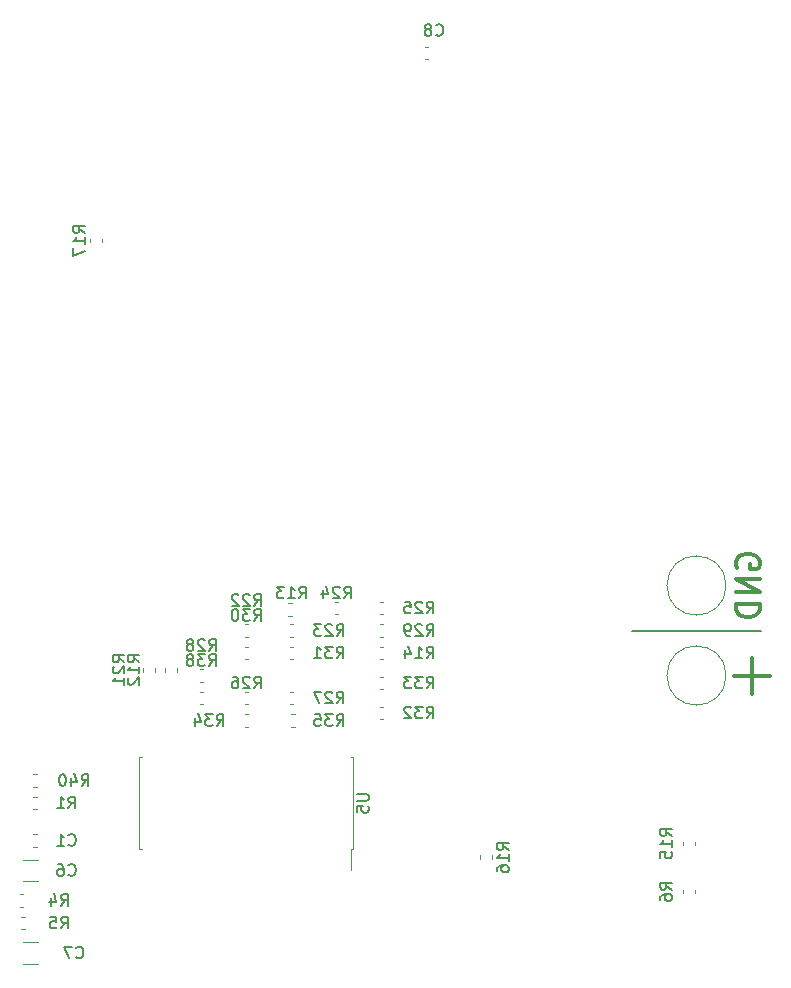
<source format=gbr>
G04 #@! TF.GenerationSoftware,KiCad,Pcbnew,5.1.5+dfsg1-2build2*
G04 #@! TF.CreationDate,2020-12-13T22:45:39+09:00*
G04 #@! TF.ProjectId,Klipper,4b6c6970-7065-4722-9e6b-696361645f70,rev?*
G04 #@! TF.SameCoordinates,Original*
G04 #@! TF.FileFunction,Legend,Bot*
G04 #@! TF.FilePolarity,Positive*
%FSLAX46Y46*%
G04 Gerber Fmt 4.6, Leading zero omitted, Abs format (unit mm)*
G04 Created by KiCad (PCBNEW 5.1.5+dfsg1-2build2) date 2020-12-13 22:45:39*
%MOMM*%
%LPD*%
G04 APERTURE LIST*
%ADD10C,0.300000*%
%ADD11C,0.120000*%
%ADD12C,0.200000*%
%ADD13C,0.150000*%
G04 APERTURE END LIST*
D10*
X35830000Y-3396190D02*
X35734761Y-3205714D01*
X35734761Y-2920000D01*
X35830000Y-2634285D01*
X36020476Y-2443809D01*
X36210952Y-2348571D01*
X36591904Y-2253333D01*
X36877619Y-2253333D01*
X37258571Y-2348571D01*
X37449047Y-2443809D01*
X37639523Y-2634285D01*
X37734761Y-2920000D01*
X37734761Y-3110476D01*
X37639523Y-3396190D01*
X37544285Y-3491428D01*
X36877619Y-3491428D01*
X36877619Y-3110476D01*
X37734761Y-4348571D02*
X35734761Y-4348571D01*
X37734761Y-5491428D01*
X35734761Y-5491428D01*
X37734761Y-6443809D02*
X35734761Y-6443809D01*
X35734761Y-6920000D01*
X35830000Y-7205714D01*
X36020476Y-7396190D01*
X36210952Y-7491428D01*
X36591904Y-7586666D01*
X36877619Y-7586666D01*
X37258571Y-7491428D01*
X37449047Y-7396190D01*
X37639523Y-7205714D01*
X37734761Y-6920000D01*
X37734761Y-6443809D01*
X37115714Y-11016190D02*
X37115714Y-14063809D01*
X38639523Y-12540000D02*
X35591904Y-12540000D01*
D11*
X-23484721Y-21940000D02*
X-23810279Y-21940000D01*
X-23484721Y-20920000D02*
X-23810279Y-20920000D01*
X31240000Y-26926779D02*
X31240000Y-26601221D01*
X32260000Y-26926779D02*
X32260000Y-26601221D01*
X32260000Y-30665221D02*
X32260000Y-30990779D01*
X31240000Y-30665221D02*
X31240000Y-30990779D01*
D12*
X26885000Y-8730000D02*
X37885000Y-8730000D01*
D11*
X34885000Y-4920000D02*
G75*
G03X34885000Y-4920000I-2500000J0D01*
G01*
X34885000Y-12540000D02*
G75*
G03X34885000Y-12540000I-2500000J0D01*
G01*
X5877779Y-13685000D02*
X5552221Y-13685000D01*
X5877779Y-12665000D02*
X5552221Y-12665000D01*
X-2169279Y-6442000D02*
X-1843721Y-6442000D01*
X-2169279Y-7462000D02*
X-1843721Y-7462000D01*
X9362221Y40675000D02*
X9687779Y40675000D01*
X9362221Y39655000D02*
X9687779Y39655000D01*
X-23810279Y-26000000D02*
X-23484721Y-26000000D01*
X-23810279Y-27020000D02*
X-23484721Y-27020000D01*
X-1915279Y-15840000D02*
X-1589721Y-15840000D01*
X-1915279Y-16860000D02*
X-1589721Y-16860000D01*
X-5552221Y-16860000D02*
X-5877779Y-16860000D01*
X-5552221Y-15840000D02*
X-5877779Y-15840000D01*
X5552221Y-15205000D02*
X5877779Y-15205000D01*
X5552221Y-16225000D02*
X5877779Y-16225000D01*
X-2067779Y-10125000D02*
X-1742221Y-10125000D01*
X-2067779Y-11145000D02*
X-1742221Y-11145000D01*
X-5877779Y-10125000D02*
X-5552221Y-10125000D01*
X-5877779Y-11145000D02*
X-5552221Y-11145000D01*
X5552221Y-8220000D02*
X5877779Y-8220000D01*
X5552221Y-9240000D02*
X5877779Y-9240000D01*
X-9362221Y-13050000D02*
X-9687779Y-13050000D01*
X-9362221Y-12030000D02*
X-9687779Y-12030000D01*
X-2067779Y-13935000D02*
X-1742221Y-13935000D01*
X-2067779Y-14955000D02*
X-1742221Y-14955000D01*
X-5552221Y-14955000D02*
X-5877779Y-14955000D01*
X-5552221Y-13935000D02*
X-5877779Y-13935000D01*
X5877779Y-7335000D02*
X5552221Y-7335000D01*
X5877779Y-6315000D02*
X5552221Y-6315000D01*
X2067779Y-7335000D02*
X1742221Y-7335000D01*
X2067779Y-6315000D02*
X1742221Y-6315000D01*
X-2067779Y-8220000D02*
X-1742221Y-8220000D01*
X-2067779Y-9240000D02*
X-1742221Y-9240000D01*
X-5552221Y-9240000D02*
X-5877779Y-9240000D01*
X-5552221Y-8220000D02*
X-5877779Y-8220000D01*
X-14480000Y-12220279D02*
X-14480000Y-11894721D01*
X-13460000Y-12220279D02*
X-13460000Y-11894721D01*
X-17905000Y24452779D02*
X-17905000Y24127221D01*
X-18925000Y24452779D02*
X-18925000Y24127221D01*
X14095000Y-28095279D02*
X14095000Y-27769721D01*
X15115000Y-28095279D02*
X15115000Y-27769721D01*
X5552221Y-10125000D02*
X5877779Y-10125000D01*
X5552221Y-11145000D02*
X5877779Y-11145000D01*
X-12575000Y-12220279D02*
X-12575000Y-11894721D01*
X-11555000Y-12220279D02*
X-11555000Y-11894721D01*
X-24449721Y-34005000D02*
X-24775279Y-34005000D01*
X-24449721Y-32985000D02*
X-24775279Y-32985000D01*
X-24927779Y-31080000D02*
X-24602221Y-31080000D01*
X-24927779Y-32100000D02*
X-24602221Y-32100000D01*
X-23484721Y-23845000D02*
X-23810279Y-23845000D01*
X-23484721Y-22825000D02*
X-23810279Y-22825000D01*
X-24602064Y-29960000D02*
X-23397936Y-29960000D01*
X-24602064Y-28140000D02*
X-23397936Y-28140000D01*
X-24602064Y-35125000D02*
X-23397936Y-35125000D01*
X-24602064Y-36945000D02*
X-23397936Y-36945000D01*
X-9362221Y-13935000D02*
X-9687779Y-13935000D01*
X-9362221Y-14955000D02*
X-9687779Y-14955000D01*
X-14775000Y-23335000D02*
X-14775000Y-19475000D01*
X-14775000Y-19475000D02*
X-14530000Y-19475000D01*
X-14775000Y-23335000D02*
X-14775000Y-27195000D01*
X-14775000Y-27195000D02*
X-14530000Y-27195000D01*
X3345000Y-23335000D02*
X3345000Y-19475000D01*
X3345000Y-19475000D02*
X3100000Y-19475000D01*
X3345000Y-23335000D02*
X3345000Y-27195000D01*
X3345000Y-27195000D02*
X3100000Y-27195000D01*
X3100000Y-27195000D02*
X3100000Y-29010000D01*
D13*
X-19677142Y-21882380D02*
X-19343809Y-21406190D01*
X-19105714Y-21882380D02*
X-19105714Y-20882380D01*
X-19486666Y-20882380D01*
X-19581904Y-20930000D01*
X-19629523Y-20977619D01*
X-19677142Y-21072857D01*
X-19677142Y-21215714D01*
X-19629523Y-21310952D01*
X-19581904Y-21358571D01*
X-19486666Y-21406190D01*
X-19105714Y-21406190D01*
X-20534285Y-21215714D02*
X-20534285Y-21882380D01*
X-20296190Y-20834761D02*
X-20058095Y-21549047D01*
X-20677142Y-21549047D01*
X-21248571Y-20882380D02*
X-21343809Y-20882380D01*
X-21439047Y-20930000D01*
X-21486666Y-20977619D01*
X-21534285Y-21072857D01*
X-21581904Y-21263333D01*
X-21581904Y-21501428D01*
X-21534285Y-21691904D01*
X-21486666Y-21787142D01*
X-21439047Y-21834761D01*
X-21343809Y-21882380D01*
X-21248571Y-21882380D01*
X-21153333Y-21834761D01*
X-21105714Y-21787142D01*
X-21058095Y-21691904D01*
X-21010476Y-21501428D01*
X-21010476Y-21263333D01*
X-21058095Y-21072857D01*
X-21105714Y-20977619D01*
X-21153333Y-20930000D01*
X-21248571Y-20882380D01*
X30297380Y-26121142D02*
X29821190Y-25787809D01*
X30297380Y-25549714D02*
X29297380Y-25549714D01*
X29297380Y-25930666D01*
X29345000Y-26025904D01*
X29392619Y-26073523D01*
X29487857Y-26121142D01*
X29630714Y-26121142D01*
X29725952Y-26073523D01*
X29773571Y-26025904D01*
X29821190Y-25930666D01*
X29821190Y-25549714D01*
X30297380Y-27073523D02*
X30297380Y-26502095D01*
X30297380Y-26787809D02*
X29297380Y-26787809D01*
X29440238Y-26692571D01*
X29535476Y-26597333D01*
X29583095Y-26502095D01*
X29297380Y-27978285D02*
X29297380Y-27502095D01*
X29773571Y-27454476D01*
X29725952Y-27502095D01*
X29678333Y-27597333D01*
X29678333Y-27835428D01*
X29725952Y-27930666D01*
X29773571Y-27978285D01*
X29868809Y-28025904D01*
X30106904Y-28025904D01*
X30202142Y-27978285D01*
X30249761Y-27930666D01*
X30297380Y-27835428D01*
X30297380Y-27597333D01*
X30249761Y-27502095D01*
X30202142Y-27454476D01*
X30297380Y-30661333D02*
X29821190Y-30328000D01*
X30297380Y-30089904D02*
X29297380Y-30089904D01*
X29297380Y-30470857D01*
X29345000Y-30566095D01*
X29392619Y-30613714D01*
X29487857Y-30661333D01*
X29630714Y-30661333D01*
X29725952Y-30613714D01*
X29773571Y-30566095D01*
X29821190Y-30470857D01*
X29821190Y-30089904D01*
X29297380Y-31518476D02*
X29297380Y-31328000D01*
X29345000Y-31232761D01*
X29392619Y-31185142D01*
X29535476Y-31089904D01*
X29725952Y-31042285D01*
X30106904Y-31042285D01*
X30202142Y-31089904D01*
X30249761Y-31137523D01*
X30297380Y-31232761D01*
X30297380Y-31423238D01*
X30249761Y-31518476D01*
X30202142Y-31566095D01*
X30106904Y-31613714D01*
X29868809Y-31613714D01*
X29773571Y-31566095D01*
X29725952Y-31518476D01*
X29678333Y-31423238D01*
X29678333Y-31232761D01*
X29725952Y-31137523D01*
X29773571Y-31089904D01*
X29868809Y-31042285D01*
X9532857Y-13627380D02*
X9866190Y-13151190D01*
X10104285Y-13627380D02*
X10104285Y-12627380D01*
X9723333Y-12627380D01*
X9628095Y-12675000D01*
X9580476Y-12722619D01*
X9532857Y-12817857D01*
X9532857Y-12960714D01*
X9580476Y-13055952D01*
X9628095Y-13103571D01*
X9723333Y-13151190D01*
X10104285Y-13151190D01*
X9199523Y-12627380D02*
X8580476Y-12627380D01*
X8913809Y-13008333D01*
X8770952Y-13008333D01*
X8675714Y-13055952D01*
X8628095Y-13103571D01*
X8580476Y-13198809D01*
X8580476Y-13436904D01*
X8628095Y-13532142D01*
X8675714Y-13579761D01*
X8770952Y-13627380D01*
X9056666Y-13627380D01*
X9151904Y-13579761D01*
X9199523Y-13532142D01*
X8247142Y-12627380D02*
X7628095Y-12627380D01*
X7961428Y-13008333D01*
X7818571Y-13008333D01*
X7723333Y-13055952D01*
X7675714Y-13103571D01*
X7628095Y-13198809D01*
X7628095Y-13436904D01*
X7675714Y-13532142D01*
X7723333Y-13579761D01*
X7818571Y-13627380D01*
X8104285Y-13627380D01*
X8199523Y-13579761D01*
X8247142Y-13532142D01*
X-1262142Y-6007380D02*
X-928809Y-5531190D01*
X-690714Y-6007380D02*
X-690714Y-5007380D01*
X-1071666Y-5007380D01*
X-1166904Y-5055000D01*
X-1214523Y-5102619D01*
X-1262142Y-5197857D01*
X-1262142Y-5340714D01*
X-1214523Y-5435952D01*
X-1166904Y-5483571D01*
X-1071666Y-5531190D01*
X-690714Y-5531190D01*
X-2214523Y-6007380D02*
X-1643095Y-6007380D01*
X-1928809Y-6007380D02*
X-1928809Y-5007380D01*
X-1833571Y-5150238D01*
X-1738333Y-5245476D01*
X-1643095Y-5293095D01*
X-2547857Y-5007380D02*
X-3166904Y-5007380D01*
X-2833571Y-5388333D01*
X-2976428Y-5388333D01*
X-3071666Y-5435952D01*
X-3119285Y-5483571D01*
X-3166904Y-5578809D01*
X-3166904Y-5816904D01*
X-3119285Y-5912142D01*
X-3071666Y-5959761D01*
X-2976428Y-6007380D01*
X-2690714Y-6007380D01*
X-2595476Y-5959761D01*
X-2547857Y-5912142D01*
X10326666Y41712857D02*
X10374285Y41665238D01*
X10517142Y41617619D01*
X10612380Y41617619D01*
X10755238Y41665238D01*
X10850476Y41760476D01*
X10898095Y41855714D01*
X10945714Y42046190D01*
X10945714Y42189047D01*
X10898095Y42379523D01*
X10850476Y42474761D01*
X10755238Y42570000D01*
X10612380Y42617619D01*
X10517142Y42617619D01*
X10374285Y42570000D01*
X10326666Y42522380D01*
X9755238Y42189047D02*
X9850476Y42236666D01*
X9898095Y42284285D01*
X9945714Y42379523D01*
X9945714Y42427142D01*
X9898095Y42522380D01*
X9850476Y42570000D01*
X9755238Y42617619D01*
X9564761Y42617619D01*
X9469523Y42570000D01*
X9421904Y42522380D01*
X9374285Y42427142D01*
X9374285Y42379523D01*
X9421904Y42284285D01*
X9469523Y42236666D01*
X9564761Y42189047D01*
X9755238Y42189047D01*
X9850476Y42141428D01*
X9898095Y42093809D01*
X9945714Y41998571D01*
X9945714Y41808095D01*
X9898095Y41712857D01*
X9850476Y41665238D01*
X9755238Y41617619D01*
X9564761Y41617619D01*
X9469523Y41665238D01*
X9421904Y41712857D01*
X9374285Y41808095D01*
X9374285Y41998571D01*
X9421904Y42093809D01*
X9469523Y42141428D01*
X9564761Y42189047D01*
X-20788333Y-26867142D02*
X-20740714Y-26914761D01*
X-20597857Y-26962380D01*
X-20502619Y-26962380D01*
X-20359761Y-26914761D01*
X-20264523Y-26819523D01*
X-20216904Y-26724285D01*
X-20169285Y-26533809D01*
X-20169285Y-26390952D01*
X-20216904Y-26200476D01*
X-20264523Y-26105238D01*
X-20359761Y-26010000D01*
X-20502619Y-25962380D01*
X-20597857Y-25962380D01*
X-20740714Y-26010000D01*
X-20788333Y-26057619D01*
X-21740714Y-26962380D02*
X-21169285Y-26962380D01*
X-21455000Y-26962380D02*
X-21455000Y-25962380D01*
X-21359761Y-26105238D01*
X-21264523Y-26200476D01*
X-21169285Y-26248095D01*
X1912857Y-16802380D02*
X2246190Y-16326190D01*
X2484285Y-16802380D02*
X2484285Y-15802380D01*
X2103333Y-15802380D01*
X2008095Y-15850000D01*
X1960476Y-15897619D01*
X1912857Y-15992857D01*
X1912857Y-16135714D01*
X1960476Y-16230952D01*
X2008095Y-16278571D01*
X2103333Y-16326190D01*
X2484285Y-16326190D01*
X1579523Y-15802380D02*
X960476Y-15802380D01*
X1293809Y-16183333D01*
X1150952Y-16183333D01*
X1055714Y-16230952D01*
X1008095Y-16278571D01*
X960476Y-16373809D01*
X960476Y-16611904D01*
X1008095Y-16707142D01*
X1055714Y-16754761D01*
X1150952Y-16802380D01*
X1436666Y-16802380D01*
X1531904Y-16754761D01*
X1579523Y-16707142D01*
X55714Y-15802380D02*
X531904Y-15802380D01*
X579523Y-16278571D01*
X531904Y-16230952D01*
X436666Y-16183333D01*
X198571Y-16183333D01*
X103333Y-16230952D01*
X55714Y-16278571D01*
X8095Y-16373809D01*
X8095Y-16611904D01*
X55714Y-16707142D01*
X103333Y-16754761D01*
X198571Y-16802380D01*
X436666Y-16802380D01*
X531904Y-16754761D01*
X579523Y-16707142D01*
X-8247142Y-16802380D02*
X-7913809Y-16326190D01*
X-7675714Y-16802380D02*
X-7675714Y-15802380D01*
X-8056666Y-15802380D01*
X-8151904Y-15850000D01*
X-8199523Y-15897619D01*
X-8247142Y-15992857D01*
X-8247142Y-16135714D01*
X-8199523Y-16230952D01*
X-8151904Y-16278571D01*
X-8056666Y-16326190D01*
X-7675714Y-16326190D01*
X-8580476Y-15802380D02*
X-9199523Y-15802380D01*
X-8866190Y-16183333D01*
X-9009047Y-16183333D01*
X-9104285Y-16230952D01*
X-9151904Y-16278571D01*
X-9199523Y-16373809D01*
X-9199523Y-16611904D01*
X-9151904Y-16707142D01*
X-9104285Y-16754761D01*
X-9009047Y-16802380D01*
X-8723333Y-16802380D01*
X-8628095Y-16754761D01*
X-8580476Y-16707142D01*
X-10056666Y-16135714D02*
X-10056666Y-16802380D01*
X-9818571Y-15754761D02*
X-9580476Y-16469047D01*
X-10199523Y-16469047D01*
X9532857Y-16167380D02*
X9866190Y-15691190D01*
X10104285Y-16167380D02*
X10104285Y-15167380D01*
X9723333Y-15167380D01*
X9628095Y-15215000D01*
X9580476Y-15262619D01*
X9532857Y-15357857D01*
X9532857Y-15500714D01*
X9580476Y-15595952D01*
X9628095Y-15643571D01*
X9723333Y-15691190D01*
X10104285Y-15691190D01*
X9199523Y-15167380D02*
X8580476Y-15167380D01*
X8913809Y-15548333D01*
X8770952Y-15548333D01*
X8675714Y-15595952D01*
X8628095Y-15643571D01*
X8580476Y-15738809D01*
X8580476Y-15976904D01*
X8628095Y-16072142D01*
X8675714Y-16119761D01*
X8770952Y-16167380D01*
X9056666Y-16167380D01*
X9151904Y-16119761D01*
X9199523Y-16072142D01*
X8199523Y-15262619D02*
X8151904Y-15215000D01*
X8056666Y-15167380D01*
X7818571Y-15167380D01*
X7723333Y-15215000D01*
X7675714Y-15262619D01*
X7628095Y-15357857D01*
X7628095Y-15453095D01*
X7675714Y-15595952D01*
X8247142Y-16167380D01*
X7628095Y-16167380D01*
X1912857Y-11087380D02*
X2246190Y-10611190D01*
X2484285Y-11087380D02*
X2484285Y-10087380D01*
X2103333Y-10087380D01*
X2008095Y-10135000D01*
X1960476Y-10182619D01*
X1912857Y-10277857D01*
X1912857Y-10420714D01*
X1960476Y-10515952D01*
X2008095Y-10563571D01*
X2103333Y-10611190D01*
X2484285Y-10611190D01*
X1579523Y-10087380D02*
X960476Y-10087380D01*
X1293809Y-10468333D01*
X1150952Y-10468333D01*
X1055714Y-10515952D01*
X1008095Y-10563571D01*
X960476Y-10658809D01*
X960476Y-10896904D01*
X1008095Y-10992142D01*
X1055714Y-11039761D01*
X1150952Y-11087380D01*
X1436666Y-11087380D01*
X1531904Y-11039761D01*
X1579523Y-10992142D01*
X8095Y-11087380D02*
X579523Y-11087380D01*
X293809Y-11087380D02*
X293809Y-10087380D01*
X389047Y-10230238D01*
X484285Y-10325476D01*
X579523Y-10373095D01*
X-5072142Y-7912380D02*
X-4738809Y-7436190D01*
X-4500714Y-7912380D02*
X-4500714Y-6912380D01*
X-4881666Y-6912380D01*
X-4976904Y-6960000D01*
X-5024523Y-7007619D01*
X-5072142Y-7102857D01*
X-5072142Y-7245714D01*
X-5024523Y-7340952D01*
X-4976904Y-7388571D01*
X-4881666Y-7436190D01*
X-4500714Y-7436190D01*
X-5405476Y-6912380D02*
X-6024523Y-6912380D01*
X-5691190Y-7293333D01*
X-5834047Y-7293333D01*
X-5929285Y-7340952D01*
X-5976904Y-7388571D01*
X-6024523Y-7483809D01*
X-6024523Y-7721904D01*
X-5976904Y-7817142D01*
X-5929285Y-7864761D01*
X-5834047Y-7912380D01*
X-5548333Y-7912380D01*
X-5453095Y-7864761D01*
X-5405476Y-7817142D01*
X-6643571Y-6912380D02*
X-6738809Y-6912380D01*
X-6834047Y-6960000D01*
X-6881666Y-7007619D01*
X-6929285Y-7102857D01*
X-6976904Y-7293333D01*
X-6976904Y-7531428D01*
X-6929285Y-7721904D01*
X-6881666Y-7817142D01*
X-6834047Y-7864761D01*
X-6738809Y-7912380D01*
X-6643571Y-7912380D01*
X-6548333Y-7864761D01*
X-6500714Y-7817142D01*
X-6453095Y-7721904D01*
X-6405476Y-7531428D01*
X-6405476Y-7293333D01*
X-6453095Y-7102857D01*
X-6500714Y-7007619D01*
X-6548333Y-6960000D01*
X-6643571Y-6912380D01*
X9532857Y-9182380D02*
X9866190Y-8706190D01*
X10104285Y-9182380D02*
X10104285Y-8182380D01*
X9723333Y-8182380D01*
X9628095Y-8230000D01*
X9580476Y-8277619D01*
X9532857Y-8372857D01*
X9532857Y-8515714D01*
X9580476Y-8610952D01*
X9628095Y-8658571D01*
X9723333Y-8706190D01*
X10104285Y-8706190D01*
X9151904Y-8277619D02*
X9104285Y-8230000D01*
X9009047Y-8182380D01*
X8770952Y-8182380D01*
X8675714Y-8230000D01*
X8628095Y-8277619D01*
X8580476Y-8372857D01*
X8580476Y-8468095D01*
X8628095Y-8610952D01*
X9199523Y-9182380D01*
X8580476Y-9182380D01*
X8104285Y-9182380D02*
X7913809Y-9182380D01*
X7818571Y-9134761D01*
X7770952Y-9087142D01*
X7675714Y-8944285D01*
X7628095Y-8753809D01*
X7628095Y-8372857D01*
X7675714Y-8277619D01*
X7723333Y-8230000D01*
X7818571Y-8182380D01*
X8009047Y-8182380D01*
X8104285Y-8230000D01*
X8151904Y-8277619D01*
X8199523Y-8372857D01*
X8199523Y-8610952D01*
X8151904Y-8706190D01*
X8104285Y-8753809D01*
X8009047Y-8801428D01*
X7818571Y-8801428D01*
X7723333Y-8753809D01*
X7675714Y-8706190D01*
X7628095Y-8610952D01*
X-8882142Y-10452380D02*
X-8548809Y-9976190D01*
X-8310714Y-10452380D02*
X-8310714Y-9452380D01*
X-8691666Y-9452380D01*
X-8786904Y-9500000D01*
X-8834523Y-9547619D01*
X-8882142Y-9642857D01*
X-8882142Y-9785714D01*
X-8834523Y-9880952D01*
X-8786904Y-9928571D01*
X-8691666Y-9976190D01*
X-8310714Y-9976190D01*
X-9263095Y-9547619D02*
X-9310714Y-9500000D01*
X-9405952Y-9452380D01*
X-9644047Y-9452380D01*
X-9739285Y-9500000D01*
X-9786904Y-9547619D01*
X-9834523Y-9642857D01*
X-9834523Y-9738095D01*
X-9786904Y-9880952D01*
X-9215476Y-10452380D01*
X-9834523Y-10452380D01*
X-10405952Y-9880952D02*
X-10310714Y-9833333D01*
X-10263095Y-9785714D01*
X-10215476Y-9690476D01*
X-10215476Y-9642857D01*
X-10263095Y-9547619D01*
X-10310714Y-9500000D01*
X-10405952Y-9452380D01*
X-10596428Y-9452380D01*
X-10691666Y-9500000D01*
X-10739285Y-9547619D01*
X-10786904Y-9642857D01*
X-10786904Y-9690476D01*
X-10739285Y-9785714D01*
X-10691666Y-9833333D01*
X-10596428Y-9880952D01*
X-10405952Y-9880952D01*
X-10310714Y-9928571D01*
X-10263095Y-9976190D01*
X-10215476Y-10071428D01*
X-10215476Y-10261904D01*
X-10263095Y-10357142D01*
X-10310714Y-10404761D01*
X-10405952Y-10452380D01*
X-10596428Y-10452380D01*
X-10691666Y-10404761D01*
X-10739285Y-10357142D01*
X-10786904Y-10261904D01*
X-10786904Y-10071428D01*
X-10739285Y-9976190D01*
X-10691666Y-9928571D01*
X-10596428Y-9880952D01*
X1912857Y-14897380D02*
X2246190Y-14421190D01*
X2484285Y-14897380D02*
X2484285Y-13897380D01*
X2103333Y-13897380D01*
X2008095Y-13945000D01*
X1960476Y-13992619D01*
X1912857Y-14087857D01*
X1912857Y-14230714D01*
X1960476Y-14325952D01*
X2008095Y-14373571D01*
X2103333Y-14421190D01*
X2484285Y-14421190D01*
X1531904Y-13992619D02*
X1484285Y-13945000D01*
X1389047Y-13897380D01*
X1150952Y-13897380D01*
X1055714Y-13945000D01*
X1008095Y-13992619D01*
X960476Y-14087857D01*
X960476Y-14183095D01*
X1008095Y-14325952D01*
X1579523Y-14897380D01*
X960476Y-14897380D01*
X627142Y-13897380D02*
X-39523Y-13897380D01*
X389047Y-14897380D01*
X-5072142Y-13627380D02*
X-4738809Y-13151190D01*
X-4500714Y-13627380D02*
X-4500714Y-12627380D01*
X-4881666Y-12627380D01*
X-4976904Y-12675000D01*
X-5024523Y-12722619D01*
X-5072142Y-12817857D01*
X-5072142Y-12960714D01*
X-5024523Y-13055952D01*
X-4976904Y-13103571D01*
X-4881666Y-13151190D01*
X-4500714Y-13151190D01*
X-5453095Y-12722619D02*
X-5500714Y-12675000D01*
X-5595952Y-12627380D01*
X-5834047Y-12627380D01*
X-5929285Y-12675000D01*
X-5976904Y-12722619D01*
X-6024523Y-12817857D01*
X-6024523Y-12913095D01*
X-5976904Y-13055952D01*
X-5405476Y-13627380D01*
X-6024523Y-13627380D01*
X-6881666Y-12627380D02*
X-6691190Y-12627380D01*
X-6595952Y-12675000D01*
X-6548333Y-12722619D01*
X-6453095Y-12865476D01*
X-6405476Y-13055952D01*
X-6405476Y-13436904D01*
X-6453095Y-13532142D01*
X-6500714Y-13579761D01*
X-6595952Y-13627380D01*
X-6786428Y-13627380D01*
X-6881666Y-13579761D01*
X-6929285Y-13532142D01*
X-6976904Y-13436904D01*
X-6976904Y-13198809D01*
X-6929285Y-13103571D01*
X-6881666Y-13055952D01*
X-6786428Y-13008333D01*
X-6595952Y-13008333D01*
X-6500714Y-13055952D01*
X-6453095Y-13103571D01*
X-6405476Y-13198809D01*
X9532857Y-7277380D02*
X9866190Y-6801190D01*
X10104285Y-7277380D02*
X10104285Y-6277380D01*
X9723333Y-6277380D01*
X9628095Y-6325000D01*
X9580476Y-6372619D01*
X9532857Y-6467857D01*
X9532857Y-6610714D01*
X9580476Y-6705952D01*
X9628095Y-6753571D01*
X9723333Y-6801190D01*
X10104285Y-6801190D01*
X9151904Y-6372619D02*
X9104285Y-6325000D01*
X9009047Y-6277380D01*
X8770952Y-6277380D01*
X8675714Y-6325000D01*
X8628095Y-6372619D01*
X8580476Y-6467857D01*
X8580476Y-6563095D01*
X8628095Y-6705952D01*
X9199523Y-7277380D01*
X8580476Y-7277380D01*
X7675714Y-6277380D02*
X8151904Y-6277380D01*
X8199523Y-6753571D01*
X8151904Y-6705952D01*
X8056666Y-6658333D01*
X7818571Y-6658333D01*
X7723333Y-6705952D01*
X7675714Y-6753571D01*
X7628095Y-6848809D01*
X7628095Y-7086904D01*
X7675714Y-7182142D01*
X7723333Y-7229761D01*
X7818571Y-7277380D01*
X8056666Y-7277380D01*
X8151904Y-7229761D01*
X8199523Y-7182142D01*
X2547857Y-6007380D02*
X2881190Y-5531190D01*
X3119285Y-6007380D02*
X3119285Y-5007380D01*
X2738333Y-5007380D01*
X2643095Y-5055000D01*
X2595476Y-5102619D01*
X2547857Y-5197857D01*
X2547857Y-5340714D01*
X2595476Y-5435952D01*
X2643095Y-5483571D01*
X2738333Y-5531190D01*
X3119285Y-5531190D01*
X2166904Y-5102619D02*
X2119285Y-5055000D01*
X2024047Y-5007380D01*
X1785952Y-5007380D01*
X1690714Y-5055000D01*
X1643095Y-5102619D01*
X1595476Y-5197857D01*
X1595476Y-5293095D01*
X1643095Y-5435952D01*
X2214523Y-6007380D01*
X1595476Y-6007380D01*
X738333Y-5340714D02*
X738333Y-6007380D01*
X976428Y-4959761D02*
X1214523Y-5674047D01*
X595476Y-5674047D01*
X1912857Y-9182380D02*
X2246190Y-8706190D01*
X2484285Y-9182380D02*
X2484285Y-8182380D01*
X2103333Y-8182380D01*
X2008095Y-8230000D01*
X1960476Y-8277619D01*
X1912857Y-8372857D01*
X1912857Y-8515714D01*
X1960476Y-8610952D01*
X2008095Y-8658571D01*
X2103333Y-8706190D01*
X2484285Y-8706190D01*
X1531904Y-8277619D02*
X1484285Y-8230000D01*
X1389047Y-8182380D01*
X1150952Y-8182380D01*
X1055714Y-8230000D01*
X1008095Y-8277619D01*
X960476Y-8372857D01*
X960476Y-8468095D01*
X1008095Y-8610952D01*
X1579523Y-9182380D01*
X960476Y-9182380D01*
X627142Y-8182380D02*
X8095Y-8182380D01*
X341428Y-8563333D01*
X198571Y-8563333D01*
X103333Y-8610952D01*
X55714Y-8658571D01*
X8095Y-8753809D01*
X8095Y-8991904D01*
X55714Y-9087142D01*
X103333Y-9134761D01*
X198571Y-9182380D01*
X484285Y-9182380D01*
X579523Y-9134761D01*
X627142Y-9087142D01*
X-5072142Y-6642380D02*
X-4738809Y-6166190D01*
X-4500714Y-6642380D02*
X-4500714Y-5642380D01*
X-4881666Y-5642380D01*
X-4976904Y-5690000D01*
X-5024523Y-5737619D01*
X-5072142Y-5832857D01*
X-5072142Y-5975714D01*
X-5024523Y-6070952D01*
X-4976904Y-6118571D01*
X-4881666Y-6166190D01*
X-4500714Y-6166190D01*
X-5453095Y-5737619D02*
X-5500714Y-5690000D01*
X-5595952Y-5642380D01*
X-5834047Y-5642380D01*
X-5929285Y-5690000D01*
X-5976904Y-5737619D01*
X-6024523Y-5832857D01*
X-6024523Y-5928095D01*
X-5976904Y-6070952D01*
X-5405476Y-6642380D01*
X-6024523Y-6642380D01*
X-6405476Y-5737619D02*
X-6453095Y-5690000D01*
X-6548333Y-5642380D01*
X-6786428Y-5642380D01*
X-6881666Y-5690000D01*
X-6929285Y-5737619D01*
X-6976904Y-5832857D01*
X-6976904Y-5928095D01*
X-6929285Y-6070952D01*
X-6357857Y-6642380D01*
X-6976904Y-6642380D01*
X-16057619Y-11414642D02*
X-16533809Y-11081309D01*
X-16057619Y-10843214D02*
X-17057619Y-10843214D01*
X-17057619Y-11224166D01*
X-17010000Y-11319404D01*
X-16962380Y-11367023D01*
X-16867142Y-11414642D01*
X-16724285Y-11414642D01*
X-16629047Y-11367023D01*
X-16581428Y-11319404D01*
X-16533809Y-11224166D01*
X-16533809Y-10843214D01*
X-16962380Y-11795595D02*
X-17010000Y-11843214D01*
X-17057619Y-11938452D01*
X-17057619Y-12176547D01*
X-17010000Y-12271785D01*
X-16962380Y-12319404D01*
X-16867142Y-12367023D01*
X-16771904Y-12367023D01*
X-16629047Y-12319404D01*
X-16057619Y-11747976D01*
X-16057619Y-12367023D01*
X-16057619Y-13319404D02*
X-16057619Y-12747976D01*
X-16057619Y-13033690D02*
X-17057619Y-13033690D01*
X-16914761Y-12938452D01*
X-16819523Y-12843214D01*
X-16771904Y-12747976D01*
X-19392619Y24932857D02*
X-19868809Y25266190D01*
X-19392619Y25504285D02*
X-20392619Y25504285D01*
X-20392619Y25123333D01*
X-20345000Y25028095D01*
X-20297380Y24980476D01*
X-20202142Y24932857D01*
X-20059285Y24932857D01*
X-19964047Y24980476D01*
X-19916428Y25028095D01*
X-19868809Y25123333D01*
X-19868809Y25504285D01*
X-19392619Y23980476D02*
X-19392619Y24551904D01*
X-19392619Y24266190D02*
X-20392619Y24266190D01*
X-20249761Y24361428D01*
X-20154523Y24456666D01*
X-20106904Y24551904D01*
X-20392619Y23647142D02*
X-20392619Y22980476D01*
X-19392619Y23409047D01*
X16487380Y-27289642D02*
X16011190Y-26956309D01*
X16487380Y-26718214D02*
X15487380Y-26718214D01*
X15487380Y-27099166D01*
X15535000Y-27194404D01*
X15582619Y-27242023D01*
X15677857Y-27289642D01*
X15820714Y-27289642D01*
X15915952Y-27242023D01*
X15963571Y-27194404D01*
X16011190Y-27099166D01*
X16011190Y-26718214D01*
X16487380Y-28242023D02*
X16487380Y-27670595D01*
X16487380Y-27956309D02*
X15487380Y-27956309D01*
X15630238Y-27861071D01*
X15725476Y-27765833D01*
X15773095Y-27670595D01*
X15487380Y-29099166D02*
X15487380Y-28908690D01*
X15535000Y-28813452D01*
X15582619Y-28765833D01*
X15725476Y-28670595D01*
X15915952Y-28622976D01*
X16296904Y-28622976D01*
X16392142Y-28670595D01*
X16439761Y-28718214D01*
X16487380Y-28813452D01*
X16487380Y-29003928D01*
X16439761Y-29099166D01*
X16392142Y-29146785D01*
X16296904Y-29194404D01*
X16058809Y-29194404D01*
X15963571Y-29146785D01*
X15915952Y-29099166D01*
X15868333Y-29003928D01*
X15868333Y-28813452D01*
X15915952Y-28718214D01*
X15963571Y-28670595D01*
X16058809Y-28622976D01*
X9532857Y-11087380D02*
X9866190Y-10611190D01*
X10104285Y-11087380D02*
X10104285Y-10087380D01*
X9723333Y-10087380D01*
X9628095Y-10135000D01*
X9580476Y-10182619D01*
X9532857Y-10277857D01*
X9532857Y-10420714D01*
X9580476Y-10515952D01*
X9628095Y-10563571D01*
X9723333Y-10611190D01*
X10104285Y-10611190D01*
X8580476Y-11087380D02*
X9151904Y-11087380D01*
X8866190Y-11087380D02*
X8866190Y-10087380D01*
X8961428Y-10230238D01*
X9056666Y-10325476D01*
X9151904Y-10373095D01*
X7723333Y-10420714D02*
X7723333Y-11087380D01*
X7961428Y-10039761D02*
X8199523Y-10754047D01*
X7580476Y-10754047D01*
X-14787619Y-11414642D02*
X-15263809Y-11081309D01*
X-14787619Y-10843214D02*
X-15787619Y-10843214D01*
X-15787619Y-11224166D01*
X-15740000Y-11319404D01*
X-15692380Y-11367023D01*
X-15597142Y-11414642D01*
X-15454285Y-11414642D01*
X-15359047Y-11367023D01*
X-15311428Y-11319404D01*
X-15263809Y-11224166D01*
X-15263809Y-10843214D01*
X-14787619Y-12367023D02*
X-14787619Y-11795595D01*
X-14787619Y-12081309D02*
X-15787619Y-12081309D01*
X-15644761Y-11986071D01*
X-15549523Y-11890833D01*
X-15501904Y-11795595D01*
X-15692380Y-12747976D02*
X-15740000Y-12795595D01*
X-15787619Y-12890833D01*
X-15787619Y-13128928D01*
X-15740000Y-13224166D01*
X-15692380Y-13271785D01*
X-15597142Y-13319404D01*
X-15501904Y-13319404D01*
X-15359047Y-13271785D01*
X-14787619Y-12700357D01*
X-14787619Y-13319404D01*
X-21423333Y-33947380D02*
X-21090000Y-33471190D01*
X-20851904Y-33947380D02*
X-20851904Y-32947380D01*
X-21232857Y-32947380D01*
X-21328095Y-32995000D01*
X-21375714Y-33042619D01*
X-21423333Y-33137857D01*
X-21423333Y-33280714D01*
X-21375714Y-33375952D01*
X-21328095Y-33423571D01*
X-21232857Y-33471190D01*
X-20851904Y-33471190D01*
X-22328095Y-32947380D02*
X-21851904Y-32947380D01*
X-21804285Y-33423571D01*
X-21851904Y-33375952D01*
X-21947142Y-33328333D01*
X-22185238Y-33328333D01*
X-22280476Y-33375952D01*
X-22328095Y-33423571D01*
X-22375714Y-33518809D01*
X-22375714Y-33756904D01*
X-22328095Y-33852142D01*
X-22280476Y-33899761D01*
X-22185238Y-33947380D01*
X-21947142Y-33947380D01*
X-21851904Y-33899761D01*
X-21804285Y-33852142D01*
X-21423333Y-32042380D02*
X-21090000Y-31566190D01*
X-20851904Y-32042380D02*
X-20851904Y-31042380D01*
X-21232857Y-31042380D01*
X-21328095Y-31090000D01*
X-21375714Y-31137619D01*
X-21423333Y-31232857D01*
X-21423333Y-31375714D01*
X-21375714Y-31470952D01*
X-21328095Y-31518571D01*
X-21232857Y-31566190D01*
X-20851904Y-31566190D01*
X-22280476Y-31375714D02*
X-22280476Y-32042380D01*
X-22042380Y-30994761D02*
X-21804285Y-31709047D01*
X-22423333Y-31709047D01*
X-20788333Y-23787380D02*
X-20455000Y-23311190D01*
X-20216904Y-23787380D02*
X-20216904Y-22787380D01*
X-20597857Y-22787380D01*
X-20693095Y-22835000D01*
X-20740714Y-22882619D01*
X-20788333Y-22977857D01*
X-20788333Y-23120714D01*
X-20740714Y-23215952D01*
X-20693095Y-23263571D01*
X-20597857Y-23311190D01*
X-20216904Y-23311190D01*
X-21740714Y-23787380D02*
X-21169285Y-23787380D01*
X-21455000Y-23787380D02*
X-21455000Y-22787380D01*
X-21359761Y-22930238D01*
X-21264523Y-23025476D01*
X-21169285Y-23073095D01*
X-20788333Y-29407142D02*
X-20740714Y-29454761D01*
X-20597857Y-29502380D01*
X-20502619Y-29502380D01*
X-20359761Y-29454761D01*
X-20264523Y-29359523D01*
X-20216904Y-29264285D01*
X-20169285Y-29073809D01*
X-20169285Y-28930952D01*
X-20216904Y-28740476D01*
X-20264523Y-28645238D01*
X-20359761Y-28550000D01*
X-20502619Y-28502380D01*
X-20597857Y-28502380D01*
X-20740714Y-28550000D01*
X-20788333Y-28597619D01*
X-21645476Y-28502380D02*
X-21455000Y-28502380D01*
X-21359761Y-28550000D01*
X-21312142Y-28597619D01*
X-21216904Y-28740476D01*
X-21169285Y-28930952D01*
X-21169285Y-29311904D01*
X-21216904Y-29407142D01*
X-21264523Y-29454761D01*
X-21359761Y-29502380D01*
X-21550238Y-29502380D01*
X-21645476Y-29454761D01*
X-21693095Y-29407142D01*
X-21740714Y-29311904D01*
X-21740714Y-29073809D01*
X-21693095Y-28978571D01*
X-21645476Y-28930952D01*
X-21550238Y-28883333D01*
X-21359761Y-28883333D01*
X-21264523Y-28930952D01*
X-21216904Y-28978571D01*
X-21169285Y-29073809D01*
X-20153333Y-36392142D02*
X-20105714Y-36439761D01*
X-19962857Y-36487380D01*
X-19867619Y-36487380D01*
X-19724761Y-36439761D01*
X-19629523Y-36344523D01*
X-19581904Y-36249285D01*
X-19534285Y-36058809D01*
X-19534285Y-35915952D01*
X-19581904Y-35725476D01*
X-19629523Y-35630238D01*
X-19724761Y-35535000D01*
X-19867619Y-35487380D01*
X-19962857Y-35487380D01*
X-20105714Y-35535000D01*
X-20153333Y-35582619D01*
X-20486666Y-35487380D02*
X-21153333Y-35487380D01*
X-20724761Y-36487380D01*
X-8882142Y-11722380D02*
X-8548809Y-11246190D01*
X-8310714Y-11722380D02*
X-8310714Y-10722380D01*
X-8691666Y-10722380D01*
X-8786904Y-10770000D01*
X-8834523Y-10817619D01*
X-8882142Y-10912857D01*
X-8882142Y-11055714D01*
X-8834523Y-11150952D01*
X-8786904Y-11198571D01*
X-8691666Y-11246190D01*
X-8310714Y-11246190D01*
X-9215476Y-10722380D02*
X-9834523Y-10722380D01*
X-9501190Y-11103333D01*
X-9644047Y-11103333D01*
X-9739285Y-11150952D01*
X-9786904Y-11198571D01*
X-9834523Y-11293809D01*
X-9834523Y-11531904D01*
X-9786904Y-11627142D01*
X-9739285Y-11674761D01*
X-9644047Y-11722380D01*
X-9358333Y-11722380D01*
X-9263095Y-11674761D01*
X-9215476Y-11627142D01*
X-10405952Y-11150952D02*
X-10310714Y-11103333D01*
X-10263095Y-11055714D01*
X-10215476Y-10960476D01*
X-10215476Y-10912857D01*
X-10263095Y-10817619D01*
X-10310714Y-10770000D01*
X-10405952Y-10722380D01*
X-10596428Y-10722380D01*
X-10691666Y-10770000D01*
X-10739285Y-10817619D01*
X-10786904Y-10912857D01*
X-10786904Y-10960476D01*
X-10739285Y-11055714D01*
X-10691666Y-11103333D01*
X-10596428Y-11150952D01*
X-10405952Y-11150952D01*
X-10310714Y-11198571D01*
X-10263095Y-11246190D01*
X-10215476Y-11341428D01*
X-10215476Y-11531904D01*
X-10263095Y-11627142D01*
X-10310714Y-11674761D01*
X-10405952Y-11722380D01*
X-10596428Y-11722380D01*
X-10691666Y-11674761D01*
X-10739285Y-11627142D01*
X-10786904Y-11531904D01*
X-10786904Y-11341428D01*
X-10739285Y-11246190D01*
X-10691666Y-11198571D01*
X-10596428Y-11150952D01*
X3637380Y-22573095D02*
X4446904Y-22573095D01*
X4542142Y-22620714D01*
X4589761Y-22668333D01*
X4637380Y-22763571D01*
X4637380Y-22954047D01*
X4589761Y-23049285D01*
X4542142Y-23096904D01*
X4446904Y-23144523D01*
X3637380Y-23144523D01*
X3637380Y-24096904D02*
X3637380Y-23620714D01*
X4113571Y-23573095D01*
X4065952Y-23620714D01*
X4018333Y-23715952D01*
X4018333Y-23954047D01*
X4065952Y-24049285D01*
X4113571Y-24096904D01*
X4208809Y-24144523D01*
X4446904Y-24144523D01*
X4542142Y-24096904D01*
X4589761Y-24049285D01*
X4637380Y-23954047D01*
X4637380Y-23715952D01*
X4589761Y-23620714D01*
X4542142Y-23573095D01*
M02*

</source>
